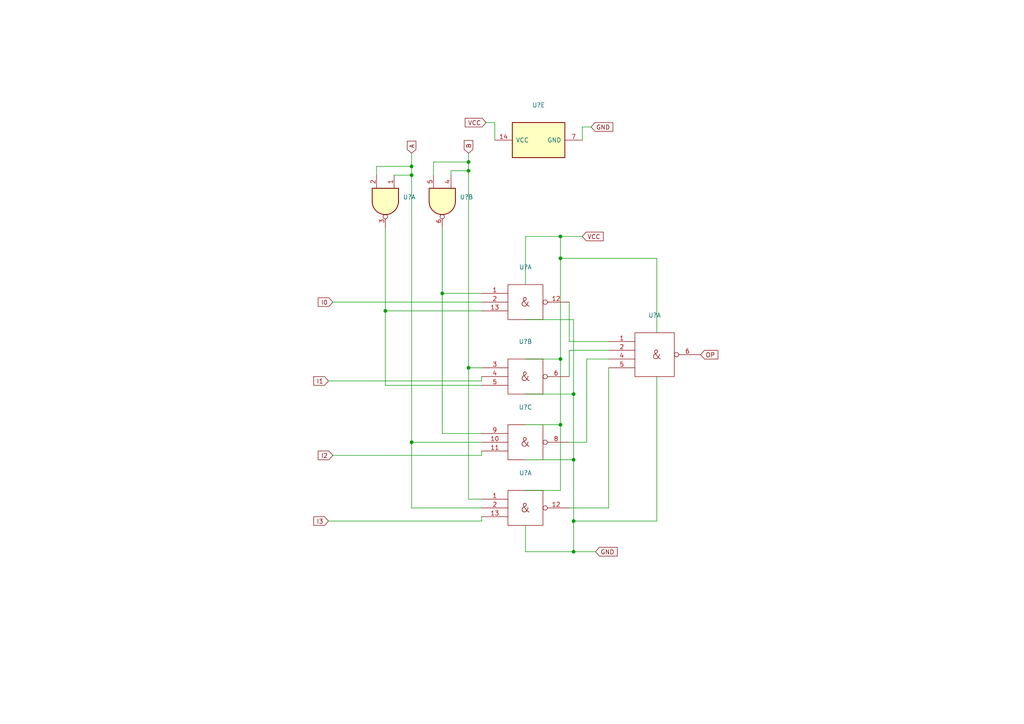
<source format=kicad_sch>
(kicad_sch (version 20211123) (generator eeschema)
  (paper "A4")
  (lib_symbols
    (symbol "74xx:7400" (pin_names (offset 1.016))
      (property "Reference" "U" (at 0 1.27 0))
      (property "Value" "7400" (at 0 -1.27 0))
      (symbol "7400_1_1"
        (arc (start 0 -3.81) (mid 3.81 0) (end 0 3.81) (stroke (width 0.254)) (fill (type background)))
        (polyline (pts (xy 0 3.81) (xy -3.81 3.81) (xy -3.81 -3.81) (xy 0 -3.81)) (stroke (width 0.254)) (fill (type background)))
        (pin input line (at -7.62 2.54 0) (length 3.81) (name "~") (number "1"))
        (pin input line (at -7.62 -2.54 0) (length 3.81) (name "~") (number "2"))
        (pin output inverted (at 7.62 0 180) (length 3.81) (name "~") (number "3"))
      )
      (symbol "7400_1_2"
        (arc (start -3.81 -3.81) (mid -2.589 0) (end -3.81 3.81) (stroke (width 0.254)))
        (arc (start -0.6096 -3.81) (mid 2.1842 -2.5851) (end 3.81 0) (stroke (width 0.254)) (fill (type background)))
        (polyline (pts (xy -3.81 -3.81) (xy -0.635 -3.81)) (stroke (width 0.254)) (fill (type background)))
        (polyline (pts (xy -3.81 3.81) (xy -0.635 3.81)) (stroke (width 0.254)) (fill (type background)))
        (polyline (pts (xy -0.635 3.81) (xy -3.81 3.81) (xy -3.81 3.81) (xy -3.556 3.4036) (xy -3.0226 2.2606) (xy -2.6924 1.0414) (xy -2.6162 -0.254) (xy -2.7686 -1.4986) (xy -3.175 -2.7178) (xy -3.81 -3.81) (xy -3.81 -3.81) (xy -0.635 -3.81)) (stroke (width -25.4)) (fill (type background)))
        (arc (start 3.81 0) (mid 2.1915 2.5936) (end -0.6096 3.81) (stroke (width 0.254)) (fill (type background)))
        (pin input inverted (at -7.62 2.54 0) (length 4.318) (name "~") (number "1"))
        (pin input inverted (at -7.62 -2.54 0) (length 4.318) (name "~") (number "2"))
        (pin output line (at 7.62 0 180) (length 3.81) (name "~") (number "3"))
      )
      (symbol "7400_2_1"
        (arc (start 0 -3.81) (mid 3.81 0) (end 0 3.81) (stroke (width 0.254)) (fill (type background)))
        (polyline (pts (xy 0 3.81) (xy -3.81 3.81) (xy -3.81 -3.81) (xy 0 -3.81)) (stroke (width 0.254)) (fill (type background)))
        (pin input line (at -7.62 2.54 0) (length 3.81) (name "~") (number "4"))
        (pin input line (at -7.62 -2.54 0) (length 3.81) (name "~") (number "5"))
        (pin output inverted (at 7.62 0 180) (length 3.81) (name "~") (number "6"))
      )
      (symbol "7400_2_2"
        (arc (start -3.81 -3.81) (mid -2.589 0) (end -3.81 3.81) (stroke (width 0.254)))
        (arc (start -0.6096 -3.81) (mid 2.1842 -2.5851) (end 3.81 0) (stroke (width 0.254)) (fill (type background)))
        (polyline (pts (xy -3.81 -3.81) (xy -0.635 -3.81)) (stroke (width 0.254)) (fill (type background)))
        (polyline (pts (xy -3.81 3.81) (xy -0.635 3.81)) (stroke (width 0.254)) (fill (type background)))
        (polyline (pts (xy -0.635 3.81) (xy -3.81 3.81) (xy -3.81 3.81) (xy -3.556 3.4036) (xy -3.0226 2.2606) (xy -2.6924 1.0414) (xy -2.6162 -0.254) (xy -2.7686 -1.4986) (xy -3.175 -2.7178) (xy -3.81 -3.81) (xy -3.81 -3.81) (xy -0.635 -3.81)) (stroke (width -25.4)) (fill (type background)))
        (arc (start 3.81 0) (mid 2.1915 2.5936) (end -0.6096 3.81) (stroke (width 0.254)) (fill (type background)))
        (pin input inverted (at -7.62 2.54 0) (length 4.318) (name "~") (number "4"))
        (pin input inverted (at -7.62 -2.54 0) (length 4.318) (name "~") (number "5"))
        (pin output line (at 7.62 0 180) (length 3.81) (name "~") (number "6"))
      )
      (symbol "7400_3_1"
        (arc (start 0 -3.81) (mid 3.81 0) (end 0 3.81) (stroke (width 0.254)) (fill (type background)))
        (polyline (pts (xy 0 3.81) (xy -3.81 3.81) (xy -3.81 -3.81) (xy 0 -3.81)) (stroke (width 0.254)) (fill (type background)))
        (pin input line (at -7.62 -2.54 0) (length 3.81) (name "~") (number "10"))
        (pin output inverted (at 7.62 0 180) (length 3.81) (name "~") (number "8"))
        (pin input line (at -7.62 2.54 0) (length 3.81) (name "~") (number "9"))
      )
      (symbol "7400_3_2"
        (arc (start -3.81 -3.81) (mid -2.589 0) (end -3.81 3.81) (stroke (width 0.254)))
        (arc (start -0.6096 -3.81) (mid 2.1842 -2.5851) (end 3.81 0) (stroke (width 0.254)) (fill (type background)))
        (polyline (pts (xy -3.81 -3.81) (xy -0.635 -3.81)) (stroke (width 0.254)) (fill (type background)))
        (polyline (pts (xy -3.81 3.81) (xy -0.635 3.81)) (stroke (width 0.254)) (fill (type background)))
        (polyline (pts (xy -0.635 3.81) (xy -3.81 3.81) (xy -3.81 3.81) (xy -3.556 3.4036) (xy -3.0226 2.2606) (xy -2.6924 1.0414) (xy -2.6162 -0.254) (xy -2.7686 -1.4986) (xy -3.175 -2.7178) (xy -3.81 -3.81) (xy -3.81 -3.81) (xy -0.635 -3.81)) (stroke (width -25.4)) (fill (type background)))
        (arc (start 3.81 0) (mid 2.1915 2.5936) (end -0.6096 3.81) (stroke (width 0.254)) (fill (type background)))
        (pin input inverted (at -7.62 -2.54 0) (length 4.318) (name "~") (number "10"))
        (pin output line (at 7.62 0 180) (length 3.81) (name "~") (number "8"))
        (pin input inverted (at -7.62 2.54 0) (length 4.318) (name "~") (number "9"))
      )
      (symbol "7400_4_1"
        (arc (start 0 -3.81) (mid 3.81 0) (end 0 3.81) (stroke (width 0.254)) (fill (type background)))
        (polyline (pts (xy 0 3.81) (xy -3.81 3.81) (xy -3.81 -3.81) (xy 0 -3.81)) (stroke (width 0.254)) (fill (type background)))
        (pin output inverted (at 7.62 0 180) (length 3.81) (name "~") (number "11"))
        (pin input line (at -7.62 2.54 0) (length 3.81) (name "~") (number "12"))
        (pin input line (at -7.62 -2.54 0) (length 3.81) (name "~") (number "13"))
      )
      (symbol "7400_4_2"
        (arc (start -3.81 -3.81) (mid -2.589 0) (end -3.81 3.81) (stroke (width 0.254)))
        (arc (start -0.6096 -3.81) (mid 2.1842 -2.5851) (end 3.81 0) (stroke (width 0.254)) (fill (type background)))
        (polyline (pts (xy -3.81 -3.81) (xy -0.635 -3.81)) (stroke (width 0.254)) (fill (type background)))
        (polyline (pts (xy -3.81 3.81) (xy -0.635 3.81)) (stroke (width 0.254)) (fill (type background)))
        (polyline (pts (xy -0.635 3.81) (xy -3.81 3.81) (xy -3.81 3.81) (xy -3.556 3.4036) (xy -3.0226 2.2606) (xy -2.6924 1.0414) (xy -2.6162 -0.254) (xy -2.7686 -1.4986) (xy -3.175 -2.7178) (xy -3.81 -3.81) (xy -3.81 -3.81) (xy -0.635 -3.81)) (stroke (width -25.4)) (fill (type background)))
        (arc (start 3.81 0) (mid 2.1915 2.5936) (end -0.6096 3.81) (stroke (width 0.254)) (fill (type background)))
        (pin output line (at 7.62 0 180) (length 3.81) (name "~") (number "11"))
        (pin input inverted (at -7.62 2.54 0) (length 4.318) (name "~") (number "12"))
        (pin input inverted (at -7.62 -2.54 0) (length 4.318) (name "~") (number "13"))
      )
      (symbol "7400_5_0"
        (pin power_in line (at 0 12.7 270) (length 5.08) (name "VCC") (number "14"))
        (pin power_in line (at 0 -12.7 90) (length 5.08) (name "GND") (number "7"))
      )
      (symbol "7400_5_1"
        (rectangle (start -5.08 7.62) (end 5.08 -7.62) (stroke (width 0.254)) (fill (type background)))
      )
    )
    (symbol "74xx_IEEE:7410" (pin_names (offset 0.762))
      (property "Reference" "U" (at 2.54 7.62 0))
      (property "Value" "7410" (at 3.81 -7.62 0))
      (symbol "7410_0_0"
        (text "&" (at 0 0 0) (effects (font (size 2.54 2.54))))
      )
      (symbol "7410_0_1"
        (rectangle (start -5.08 5.08) (end 5.08 -5.08))
        (pin power_in line (at 0 5.08 270) (length 0) hide (name "Vcc") (number "14"))
        (pin power_in line (at 0 -5.08 90) (length 0) hide (name "Gnd") (number "7"))
      )
      (symbol "7410_1_1"
        (pin input line (at -12.7 2.54 0) (length 7.62) (name "~") (number "1"))
        (pin output inverted (at 12.7 0 180) (length 7.62) (name "~") (number "12"))
        (pin input line (at -12.7 -2.54 0) (length 7.62) (name "~") (number "13"))
        (pin input line (at -12.7 0 0) (length 7.62) (name "~") (number "2"))
      )
      (symbol "7410_2_1"
        (pin input line (at -12.7 2.54 0) (length 7.62) (name "~") (number "3"))
        (pin input line (at -12.7 0 0) (length 7.62) (name "~") (number "4"))
        (pin input line (at -12.7 -2.54 0) (length 7.62) (name "~") (number "5"))
        (pin output inverted (at 12.7 0 180) (length 7.62) (name "~") (number "6"))
      )
      (symbol "7410_3_1"
        (pin input line (at -12.7 0 0) (length 7.62) (name "~") (number "10"))
        (pin input line (at -12.7 -2.54 0) (length 7.62) (name "~") (number "11"))
        (pin output inverted (at 12.7 0 180) (length 7.62) (name "~") (number "8"))
        (pin input line (at -12.7 2.54 0) (length 7.62) (name "~") (number "9"))
      )
    )
    (symbol "74xx_IEEE:7420" (pin_names (offset 0.762))
      (property "Reference" "U" (at 3.81 7.62 0))
      (property "Value" "7420" (at 3.81 -7.62 0))
      (symbol "7420_0_0"
        (text "&" (at 0 0 0) (effects (font (size 2.54 2.54))))
      )
      (symbol "7420_0_1"
        (rectangle (start -6.35 6.35) (end 5.08 -6.35))
        (pin power_in line (at 0 6.35 270) (length 0) hide (name "Vcc") (number "14"))
        (pin power_in line (at 0 -6.35 90) (length 0) hide (name "Gnd") (number "7"))
      )
      (symbol "7420_1_1"
        (pin input line (at -13.97 3.81 0) (length 7.62) (name "~") (number "1"))
        (pin input line (at -13.97 1.27 0) (length 7.62) (name "~") (number "2"))
        (pin input line (at -13.97 -1.27 0) (length 7.62) (name "~") (number "4"))
        (pin input line (at -13.97 -3.81 0) (length 7.62) (name "~") (number "5"))
        (pin output inverted (at 12.7 0 180) (length 7.62) (name "~") (number "6"))
      )
      (symbol "7420_2_1"
        (pin input line (at -13.97 1.27 0) (length 7.62) (name "~") (number "10"))
        (pin input line (at -13.97 -1.27 0) (length 7.62) (name "~") (number "12"))
        (pin input line (at -13.97 -3.81 0) (length 7.62) (name "~") (number "13"))
        (pin output inverted (at 12.7 0 180) (length 7.62) (name "~") (number "8"))
        (pin input line (at -13.97 3.81 0) (length 7.62) (name "~") (number "9"))
      )
    )
  )
  (junction (at 135.89 49.53))
  (junction (at 111.76 90.17))
  (junction (at 166.37 151.13))
  (junction (at 162.56 68.58))
  (junction (at 162.56 74.93))
  (junction (at 119.38 48.26))
  (junction (at 162.56 123.19))
  (junction (at 135.89 106.68))
  (junction (at 166.37 133.35))
  (junction (at 162.56 104.14))
  (junction (at 166.37 114.3))
  (junction (at 128.27 85.09))
  (junction (at 135.89 46.99))
  (junction (at 166.37 160.02))
  (junction (at 119.38 128.27))
  (junction (at 119.38 50.8))
  (wire (pts (xy 170.18 104.14) (xy 176.53 104.14)))
  (wire (pts (xy 162.56 68.58) (xy 152.4 68.58)))
  (wire (pts (xy 139.7 125.73) (xy 128.27 125.73)))
  (wire (pts (xy 139.7 151.13) (xy 139.7 149.86)))
  (wire (pts (xy 119.38 48.26) (xy 119.38 50.8)))
  (wire (pts (xy 135.89 49.53) (xy 135.89 106.68)))
  (wire (pts (xy 162.56 74.93) (xy 162.56 68.58)))
  (wire (pts (xy 114.3 50.8) (xy 119.38 50.8)))
  (wire (pts (xy 152.4 123.19) (xy 162.56 123.19)))
  (wire (pts (xy 125.73 46.99) (xy 135.89 46.99)))
  (wire (pts (xy 143.51 35.56) (xy 143.51 40.64)))
  (wire (pts (xy 165.1 109.22) (xy 165.1 101.6)))
  (wire (pts (xy 139.7 147.32) (xy 119.38 147.32)))
  (wire (pts (xy 190.5 74.93) (xy 162.56 74.93)))
  (wire (pts (xy 168.91 68.58) (xy 162.56 68.58)))
  (wire (pts (xy 135.89 106.68) (xy 135.89 144.78)))
  (wire (pts (xy 140.97 35.56) (xy 143.51 35.56)))
  (wire (pts (xy 130.81 50.8) (xy 130.81 49.53)))
  (wire (pts (xy 168.91 36.83) (xy 168.91 40.64)))
  (wire (pts (xy 128.27 85.09) (xy 139.7 85.09)))
  (wire (pts (xy 111.76 66.04) (xy 111.76 90.17)))
  (wire (pts (xy 139.7 132.08) (xy 139.7 130.81)))
  (wire (pts (xy 130.81 49.53) (xy 135.89 49.53)))
  (wire (pts (xy 125.73 50.8) (xy 125.73 46.99)))
  (wire (pts (xy 139.7 110.49) (xy 139.7 109.22)))
  (wire (pts (xy 119.38 44.45) (xy 119.38 48.26)))
  (wire (pts (xy 128.27 66.04) (xy 128.27 85.09)))
  (wire (pts (xy 111.76 90.17) (xy 139.7 90.17)))
  (wire (pts (xy 139.7 106.68) (xy 135.89 106.68)))
  (wire (pts (xy 166.37 133.35) (xy 166.37 151.13)))
  (wire (pts (xy 135.89 44.45) (xy 135.89 46.99)))
  (wire (pts (xy 95.25 110.49) (xy 139.7 110.49)))
  (wire (pts (xy 128.27 125.73) (xy 128.27 85.09)))
  (wire (pts (xy 152.4 133.35) (xy 166.37 133.35)))
  (wire (pts (xy 190.5 96.52) (xy 190.5 74.93)))
  (wire (pts (xy 166.37 92.71) (xy 166.37 114.3)))
  (wire (pts (xy 96.52 132.08) (xy 139.7 132.08)))
  (wire (pts (xy 165.1 101.6) (xy 176.53 101.6)))
  (wire (pts (xy 111.76 90.17) (xy 111.76 111.76)))
  (wire (pts (xy 109.22 50.8) (xy 109.22 48.26)))
  (wire (pts (xy 165.1 128.27) (xy 170.18 128.27)))
  (wire (pts (xy 96.52 87.63) (xy 139.7 87.63)))
  (wire (pts (xy 166.37 160.02) (xy 152.4 160.02)))
  (wire (pts (xy 165.1 99.06) (xy 176.53 99.06)))
  (wire (pts (xy 95.25 151.13) (xy 139.7 151.13)))
  (wire (pts (xy 152.4 114.3) (xy 166.37 114.3)))
  (wire (pts (xy 152.4 142.24) (xy 162.56 142.24)))
  (wire (pts (xy 166.37 151.13) (xy 166.37 160.02)))
  (wire (pts (xy 152.4 68.58) (xy 152.4 82.55)))
  (wire (pts (xy 171.45 36.83) (xy 168.91 36.83)))
  (wire (pts (xy 165.1 147.32) (xy 176.53 147.32)))
  (wire (pts (xy 119.38 147.32) (xy 119.38 128.27)))
  (wire (pts (xy 139.7 111.76) (xy 111.76 111.76)))
  (wire (pts (xy 119.38 128.27) (xy 139.7 128.27)))
  (wire (pts (xy 139.7 144.78) (xy 135.89 144.78)))
  (wire (pts (xy 152.4 160.02) (xy 152.4 152.4)))
  (wire (pts (xy 162.56 142.24) (xy 162.56 123.19)))
  (wire (pts (xy 166.37 114.3) (xy 166.37 133.35)))
  (wire (pts (xy 109.22 48.26) (xy 119.38 48.26)))
  (wire (pts (xy 162.56 123.19) (xy 162.56 104.14)))
  (wire (pts (xy 172.72 160.02) (xy 166.37 160.02)))
  (wire (pts (xy 152.4 104.14) (xy 162.56 104.14)))
  (wire (pts (xy 162.56 104.14) (xy 162.56 74.93)))
  (wire (pts (xy 170.18 128.27) (xy 170.18 104.14)))
  (wire (pts (xy 152.4 92.71) (xy 166.37 92.71)))
  (wire (pts (xy 190.5 151.13) (xy 166.37 151.13)))
  (wire (pts (xy 165.1 87.63) (xy 165.1 99.06)))
  (wire (pts (xy 135.89 46.99) (xy 135.89 49.53)))
  (wire (pts (xy 176.53 147.32) (xy 176.53 106.68)))
  (wire (pts (xy 190.5 109.22) (xy 190.5 151.13)))
  (wire (pts (xy 119.38 50.8) (xy 119.38 128.27)))
  (global_label "I3" (shape input) (at 95.25 151.13 180) (property "Intersheet References" "${INTERSHEET_REFS}" (effects hide)))
  (global_label "I0" (shape input) (at 96.52 87.63 180) (property "Intersheet References" "${INTERSHEET_REFS}" (effects hide)))
  (global_label "I1" (shape input) (at 95.25 110.49 180) (property "Intersheet References" "${INTERSHEET_REFS}" (effects hide)))
  (global_label "VCC" (shape input) (at 140.97 35.56 180) (property "Intersheet References" "${INTERSHEET_REFS}" (effects hide)))
  (global_label "GND" (shape input) (at 171.45 36.83 0) (property "Intersheet References" "${INTERSHEET_REFS}" (effects hide)))
  (global_label "OP" (shape input) (at 203.2 102.87 0) (property "Intersheet References" "${INTERSHEET_REFS}" (effects hide)))
  (global_label "GND" (shape input) (at 172.72 160.02 0) (property "Intersheet References" "${INTERSHEET_REFS}" (effects hide)))
  (global_label "I2" (shape input) (at 96.52 132.08 180) (property "Intersheet References" "${INTERSHEET_REFS}" (effects hide)))
  (global_label "B" (shape input) (at 135.89 44.45 90) (property "Intersheet References" "${INTERSHEET_REFS}" (effects hide)))
  (global_label "A" (shape input) (at 119.38 44.45 90) (property "Intersheet References" "${INTERSHEET_REFS}" (effects hide)))
  (global_label "VCC" (shape input) (at 168.91 68.58 0) (property "Intersheet References" "${INTERSHEET_REFS}" (effects hide)))
  (symbol (lib_id "74xx_IEEE:7410") (at 152.4 109.22 0) (unit 2)
    (property "Reference" "U?" (at 152.4 99.06 0))
  )
  (symbol (lib_id "74xx_IEEE:7410") (at 152.4 128.27 0) (unit 3)
    (property "Reference" "U?" (at 152.4 118.11 0))
  )
  (symbol (lib_id "74xx_IEEE:7410") (at 152.4 147.32 0) (unit 1)
    (property "Reference" "U?" (at 152.4 137.16 0))
  )
  (symbol (lib_id "74xx:7400") (at 111.76 58.42 270) (unit 1)
    (property "Reference" "U?" (at 116.84 57.1499 90) (effects (justify left)))
    (property "Datasheet" "http://www.ti.com/lit/gpn/sn7400" (effects hide))
  )
  (symbol (lib_id "74xx:7400") (at 128.27 58.42 270) (unit 2)
    (property "Reference" "U?" (at 133.35 57.1499 90) (effects (justify left)))
    (property "Datasheet" "http://www.ti.com/lit/gpn/sn7400" (effects hide))
  )
  (symbol (lib_id "74xx_IEEE:7420") (at 190.5 102.87 0) (unit 1)
    (property "Reference" "U?" (at 189.865 91.44 0))
  )
  (symbol (lib_id "74xx:7400") (at 156.21 40.64 90) (unit 5)
    (property "Reference" "U?" (at 156.21 30.48 90))
    (property "Datasheet" "http://www.ti.com/lit/gpn/sn7400" (effects hide))
  )
  (symbol (lib_id "74xx_IEEE:7410") (at 152.4 87.63 0) (unit 1)
    (property "Reference" "U?" (at 152.4 77.47 0))
  )
)
</source>
